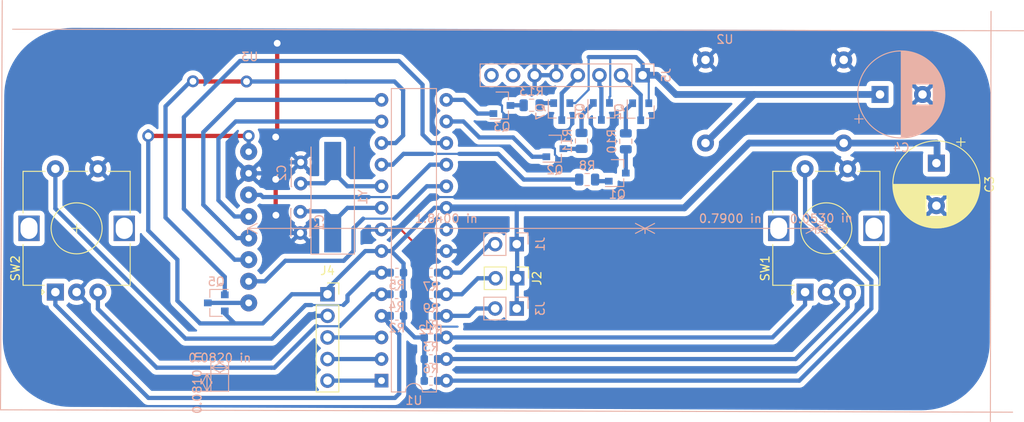
<source format=kicad_pcb>
(kicad_pcb (version 20171130) (host pcbnew "(5.1.2)-2")
  (layers (0 F.Cu signal) (31 B.Cu signal) (34 B.Paste user) (35 F.Paste user) (36 B.SilkS user) (37 F.SilkS user) (38 B.Mask user) (39 F.Mask user) (44 Edge.Cuts user))
  (net 0 "")
  (net 1 "Net-(C1-Pad2)")
  (net 2 GND)
  (net 3 "Net-(C2-Pad2)")
  (net 4 +5V)
  (net 5 +12V)
  (net 6 rear_temp)
  (net 7 RX)
  (net 8 TX)
  (net 9 reset)
  (net 10 relay_compressor)
  (net 11 front_fan_signal)
  (net 12 rear_fan_signal)
  (net 13 front_temp)
  (net 14 "Net-(Q1-Pad1)")
  (net 15 "Net-(Q1-Pad3)")
  (net 16 front_fan_pwm)
  (net 17 rear_fan_pwm)
  (net 18 black_light)
  (net 19 "Net-(Q5-Pad3)")
  (net 20 en1_a)
  (net 21 en2_a)
  (net 22 en1_b)
  (net 23 en2_b)
  (net 24 en2_btn)
  (net 25 en1_btn)
  (net 26 compressor)
  (net 27 sda)
  (net 28 cs)
  (net 29 sck)
  (net 30 "Net-(U1-Pad21)")
  (net 31 ldr)
  (net 32 lcd_reset)
  (net 33 ao)
  (net 34 "Net-(J5-Pad7)")
  (net 35 "Net-(J5-Pad8)")
  (net 36 "Net-(Q2-Pad3)")
  (net 37 "Net-(Q3-Pad3)")
  (net 38 "Net-(Q4-Pad1)")
  (net 39 "Net-(Q6-Pad1)")
  (net 40 "Net-(Q7-Pad1)")
  (module Connector_PinSocket_2.54mm:PinSocket_1x05_P2.54mm_Vertical (layer F.Cu) (at 57.785 53.848)
    (fp_text reference J4 (at 0 -2.77) (layer F.SilkS))
    (fp_text value Conn_01x05)
    (pad 1 thru_hole rect (at 0 0) (size 1.7 1.7) (drill 1) (layers *.Cu *.Mask) (net 4 +5V))
    (pad 2 thru_hole oval (at 0 2.54) (size 1.7 1.7) (drill 1) (layers *.Cu *.Mask) (net 2 GND))
    (pad 3 thru_hole oval (at 0 5.08) (size 1.7 1.7) (drill 1) (layers *.Cu *.Mask) (net 7 RX))
    (pad 4 thru_hole oval (at 0 7.62) (size 1.7 1.7) (drill 1) (layers *.Cu *.Mask) (net 8 TX))
    (pad 5 thru_hole oval (at 0 10.16) (size 1.7 1.7) (drill 1) (layers *.Cu *.Mask) (net 9 reset))
  )
  (module "footprint by wos:st7735" (layer B.Cu) (at 46.228 28.575)
    (fp_text reference U3 (at 2.413 -2.659) (layer B.SilkS) (effects (justify mirror)))
    (fp_text value st7735)
    (pad 8 thru_hole circle (at 2.286 8.509) (size 2 2) (drill 0.762) (layers *.Cu *.Mask) (net 4 +5V))
    (pad 7 thru_hole circle (at 2.286 11.049) (size 2 2) (drill 0.762) (layers *.Cu *.Mask) (net 2 GND))
    (pad 6 thru_hole circle (at 2.286 13.589) (size 2 2) (drill 0.762) (layers *.Cu *.Mask) (net 28 cs))
    (pad 5 thru_hole circle (at 2.286 16.129) (size 2 2) (drill 0.762) (layers *.Cu *.Mask) (net 32 lcd_reset))
    (pad 4 thru_hole circle (at 2.286 18.669) (size 2 2) (drill 0.762) (layers *.Cu *.Mask) (net 33 ao))
    (pad 3 thru_hole circle (at 2.286 21.209) (size 2 2) (drill 0.85) (layers *.Cu *.Mask) (net 27 sda))
    (pad 2 thru_hole circle (at 2.286 23.749) (size 2 2) (drill 0.8) (layers *.Cu *.Mask) (net 29 sck))
    (pad 1 thru_hole circle (at 2.286 26.289 270) (size 2 2) (drill 0.8) (layers *.Cu *.Mask) (net 19 "Net-(Q5-Pad3)"))
  )
  (module Package_DIP:DIP-28_W7.62mm (layer B.Cu) (at 64.135 64.008)
    (fp_text reference U1 (at 3.81 2.33) (layer B.SilkS) (effects (justify mirror)))
    (fp_text value ATmega328-PU)
    (pad 1 thru_hole rect (at 0 0) (size 1.6 1.6) (drill 0.8) (layers *.Cu *.Mask) (net 9 reset))
    (pad 15 thru_hole oval (at 7.62 -33.02) (size 1.6 1.6) (drill 0.8) (layers *.Cu *.Mask) (net 17 rear_fan_pwm))
    (pad 2 thru_hole oval (at 0 -2.54) (size 1.6 1.6) (drill 0.8) (layers *.Cu *.Mask) (net 8 TX))
    (pad 16 thru_hole oval (at 7.62 -30.48) (size 1.6 1.6) (drill 0.8) (layers *.Cu *.Mask) (net 16 front_fan_pwm))
    (pad 3 thru_hole oval (at 0 -5.08) (size 1.6 1.6) (drill 0.8) (layers *.Cu *.Mask) (net 7 RX))
    (pad 17 thru_hole oval (at 7.62 -27.94) (size 1.6 1.6) (drill 0.8) (layers *.Cu *.Mask) (net 27 sda))
    (pad 4 thru_hole oval (at 0 -7.62) (size 1.6 1.6) (drill 0.8) (layers *.Cu *.Mask) (net 21 en2_a))
    (pad 18 thru_hole oval (at 7.62 -25.4) (size 1.6 1.6) (drill 0.8) (layers *.Cu *.Mask) (net 28 cs))
    (pad 5 thru_hole oval (at 0 -10.16) (size 1.6 1.6) (drill 0.8) (layers *.Cu *.Mask) (net 23 en2_b))
    (pad 19 thru_hole oval (at 7.62 -22.86) (size 1.6 1.6) (drill 0.8) (layers *.Cu *.Mask) (net 29 sck))
    (pad 6 thru_hole oval (at 0 -12.7) (size 1.6 1.6) (drill 0.8) (layers *.Cu *.Mask) (net 24 en2_btn))
    (pad 20 thru_hole oval (at 7.62 -20.32) (size 1.6 1.6) (drill 0.8) (layers *.Cu *.Mask) (net 4 +5V))
    (pad 7 thru_hole oval (at 0 -15.24) (size 1.6 1.6) (drill 0.8) (layers *.Cu *.Mask) (net 4 +5V))
    (pad 21 thru_hole oval (at 7.62 -17.78) (size 1.6 1.6) (drill 0.8) (layers *.Cu *.Mask) (net 30 "Net-(U1-Pad21)"))
    (pad 8 thru_hole oval (at 0 -17.78) (size 1.6 1.6) (drill 0.8) (layers *.Cu *.Mask) (net 2 GND))
    (pad 22 thru_hole oval (at 7.62 -15.24) (size 1.6 1.6) (drill 0.8) (layers *.Cu *.Mask) (net 2 GND))
    (pad 9 thru_hole oval (at 0 -20.32) (size 1.6 1.6) (drill 0.8) (layers *.Cu *.Mask) (net 1 "Net-(C1-Pad2)"))
    (pad 23 thru_hole oval (at 7.62 -12.7) (size 1.6 1.6) (drill 0.8) (layers *.Cu *.Mask) (net 31 ldr))
    (pad 10 thru_hole oval (at 0 -22.86) (size 1.6 1.6) (drill 0.8) (layers *.Cu *.Mask) (net 3 "Net-(C2-Pad2)"))
    (pad 24 thru_hole oval (at 7.62 -10.16) (size 1.6 1.6) (drill 0.8) (layers *.Cu *.Mask) (net 13 front_temp))
    (pad 11 thru_hole oval (at 0 -25.4) (size 1.6 1.6) (drill 0.8) (layers *.Cu *.Mask) (net 26 compressor))
    (pad 25 thru_hole oval (at 7.62 -7.62) (size 1.6 1.6) (drill 0.8) (layers *.Cu *.Mask) (net 6 rear_temp))
    (pad 12 thru_hole oval (at 0 -27.94) (size 1.6 1.6) (drill 0.8) (layers *.Cu *.Mask) (net 18 black_light))
    (pad 26 thru_hole oval (at 7.62 -5.08) (size 1.6 1.6) (drill 0.8) (layers *.Cu *.Mask) (net 20 en1_a))
    (pad 13 thru_hole oval (at 0 -30.48) (size 1.6 1.6) (drill 0.8) (layers *.Cu *.Mask) (net 32 lcd_reset))
    (pad 27 thru_hole oval (at 7.62 -2.54) (size 1.6 1.6) (drill 0.8) (layers *.Cu *.Mask) (net 22 en1_b))
    (pad 14 thru_hole oval (at 0 -33.02) (size 1.6 1.6) (drill 0.8) (layers *.Cu *.Mask) (net 33 ao))
    (pad 28 thru_hole oval (at 7.62 0) (size 1.6 1.6) (drill 0.8) (layers *.Cu *.Mask) (net 25 en1_btn))
  )
  (module Connector_PinSocket_2.54mm:PinSocket_1x08_P2.54mm_Vertical (layer B.Cu) (at 94.8436 28.0924 90)
    (fp_text reference J5 (at 0 2.77 -90) (layer B.SilkS) (effects (justify mirror)))
    (fp_text value Conn_01x08)
    (pad 1 thru_hole rect (at 0 0 90) (size 1.7 1.7) (drill 1) (layers *.Cu *.Mask) (net 5 +12V))
    (pad 2 thru_hole oval (at 0 -2.54 90) (size 1.7 1.7) (drill 1) (layers *.Cu *.Mask) (net 10 relay_compressor))
    (pad 3 thru_hole oval (at 0 -5.08 90) (size 1.7 1.7) (drill 1) (layers *.Cu *.Mask) (net 11 front_fan_signal))
    (pad 4 thru_hole oval (at 0 -7.62 90) (size 1.7 1.7) (drill 1) (layers *.Cu *.Mask) (net 12 rear_fan_signal))
    (pad 5 thru_hole oval (at 0 -10.16 90) (size 1.7 1.7) (drill 1) (layers *.Cu *.Mask) (net 2 GND))
    (pad 6 thru_hole oval (at 0 -12.7 90) (size 1.7 1.7) (drill 1) (layers *.Cu *.Mask) (net 2 GND))
    (pad 7 thru_hole oval (at 0 -15.24 90) (size 1.7 1.7) (drill 1) (layers *.Cu *.Mask) (net 34 "Net-(J5-Pad7)"))
    (pad 8 thru_hole oval (at 0 -17.78 90) (size 1.7 1.7) (drill 1) (layers *.Cu *.Mask) (net 35 "Net-(J5-Pad8)"))
  )
  (module Capacitor_THT:CP_Radial_D10.0mm_P5.00mm (layer F.Cu) (at 129.3876 38.4302 270)
    (fp_text reference C3 (at 2.5 -6.25 90) (layer F.SilkS))
    (fp_text value CP1)
    (pad 2 thru_hole circle (at 5 0 270) (size 2 2) (drill 1) (layers *.Cu *.Mask) (net 2 GND))
    (pad 1 thru_hole rect (at 0 0 270) (size 2 2) (drill 1) (layers *.Cu *.Mask) (net 4 +5V))
  )
  (module Rotary_Encoder:RotaryEncoder_Alps_EC12E-Switch_Vertical_H20mm (layer F.Cu) (at 25.781 53.594 90)
    (fp_text reference SW2 (at 2.8 -4.7 90) (layer F.SilkS))
    (fp_text value Rotary_Encoder_Switch)
    (pad A thru_hole rect (at 0 0 90) (size 2 2) (drill 1) (layers *.Cu *.Mask) (net 21 en2_a))
    (pad C thru_hole circle (at 0 2.5 90) (size 2 2) (drill 1) (layers *.Cu *.Mask) (net 2 GND))
    (pad B thru_hole circle (at 0 5 90) (size 2 2) (drill 1) (layers *.Cu *.Mask) (net 23 en2_b))
    (pad MP thru_hole rect (at 7.5 -3.1 90) (size 3 2.5) (drill oval 2.5 2) (layers *.Cu *.Mask))
    (pad MP thru_hole rect (at 7.5 8.1 90) (size 3 2.5) (drill oval 2.5 2) (layers *.Cu *.Mask))
    (pad S1 thru_hole circle (at 14.5 0 90) (size 2 2) (drill 1) (layers *.Cu *.Mask) (net 24 en2_btn))
    (pad S2 thru_hole circle (at 14.5 5 90) (size 2 2) (drill 1) (layers *.Cu *.Mask) (net 2 GND))
  )
  (module Resistor_SMD:R_0603_1608Metric (layer B.Cu) (at 69.9515 51.308)
    (fp_text reference R7 (at 0 1.65) (layer B.SilkS) (effects (justify mirror)))
    (fp_text value R_Small)
    (pad 2 smd roundrect (at 0.7875 0) (size 0.875 0.95) (layers B.Cu B.Paste B.Mask) (net 31 ldr))
    (pad 1 smd roundrect (at -0.7875 0) (size 0.875 0.95) (layers B.Cu B.Paste B.Mask) (net 2 GND))
  )
  (module Resistor_SMD:R_0603_1608Metric (layer B.Cu) (at 69.9515 53.848)
    (fp_text reference R9 (at 0 1.65) (layer B.SilkS) (effects (justify mirror)))
    (fp_text value R_Small)
    (pad 2 smd roundrect (at 0.7875 0) (size 0.875 0.95) (layers B.Cu B.Paste B.Mask) (net 13 front_temp))
    (pad 1 smd roundrect (at -0.7875 0) (size 0.875 0.95) (layers B.Cu B.Paste B.Mask) (net 2 GND))
  )
  (module Resistor_SMD:R_0603_1608Metric (layer B.Cu) (at 69.9007 56.388)
    (fp_text reference R12 (at 0 1.65) (layer B.SilkS) (effects (justify mirror)))
    (fp_text value R_Small)
    (pad 2 smd roundrect (at 0.7875 0) (size 0.875 0.95) (layers B.Cu B.Paste B.Mask) (net 6 rear_temp))
    (pad 1 smd roundrect (at -0.7875 0) (size 0.875 0.95) (layers B.Cu B.Paste B.Mask) (net 2 GND))
  )
  (module Resistor_SMD:R_0603_1608Metric (layer B.Cu) (at 69.9515 58.928 180)
    (fp_text reference R1 (at 0 1.43) (layer B.SilkS) (effects (justify mirror)))
    (fp_text value R_Small)
    (pad 2 smd roundrect (at 0.7875 0 180) (size 0.875 0.95) (layers B.Cu B.Paste B.Mask) (net 4 +5V))
    (pad 1 smd roundrect (at -0.7875 0 180) (size 0.875 0.95) (layers B.Cu B.Paste B.Mask) (net 20 en1_a))
  )
  (module Resistor_SMD:R_0603_1608Metric (layer B.Cu) (at 65.9385 56.388)
    (fp_text reference R2 (at 0 1.43) (layer B.SilkS) (effects (justify mirror)))
    (fp_text value R_Small)
    (pad 2 smd roundrect (at 0.7875 0) (size 0.875 0.95) (layers B.Cu B.Paste B.Mask) (net 4 +5V))
    (pad 1 smd roundrect (at -0.7875 0) (size 0.875 0.95) (layers B.Cu B.Paste B.Mask) (net 21 en2_a))
  )
  (module Resistor_SMD:R_0603_1608Metric (layer B.Cu) (at 69.9515 61.468 180)
    (fp_text reference R3 (at 0 1.43) (layer B.SilkS) (effects (justify mirror)))
    (fp_text value R_Small)
    (pad 2 smd roundrect (at 0.7875 0 180) (size 0.875 0.95) (layers B.Cu B.Paste B.Mask) (net 4 +5V))
    (pad 1 smd roundrect (at -0.7875 0 180) (size 0.875 0.95) (layers B.Cu B.Paste B.Mask) (net 22 en1_b))
  )
  (module Resistor_SMD:R_0603_1608Metric (layer B.Cu) (at 65.9131 53.848)
    (fp_text reference R4 (at 0 1.43) (layer B.SilkS) (effects (justify mirror)))
    (fp_text value R_Small)
    (pad 2 smd roundrect (at 0.7875 0) (size 0.875 0.95) (layers B.Cu B.Paste B.Mask) (net 4 +5V))
    (pad 1 smd roundrect (at -0.7875 0) (size 0.875 0.95) (layers B.Cu B.Paste B.Mask) (net 23 en2_b))
  )
  (module Resistor_SMD:R_0603_1608Metric (layer B.Cu) (at 65.9385 51.308)
    (fp_text reference R5 (at 0 1.43) (layer B.SilkS) (effects (justify mirror)))
    (fp_text value R_Small)
    (pad 2 smd roundrect (at 0.7875 0) (size 0.875 0.95) (layers B.Cu B.Paste B.Mask) (net 4 +5V))
    (pad 1 smd roundrect (at -0.7875 0) (size 0.875 0.95) (layers B.Cu B.Paste B.Mask) (net 24 en2_btn))
  )
  (module Resistor_SMD:R_0603_1608Metric (layer B.Cu) (at 69.9515 64.0334 180)
    (fp_text reference R6 (at 0 1.43 180) (layer B.SilkS) (effects (justify mirror)))
    (fp_text value R_Small)
    (pad 2 smd roundrect (at 0.7875 0 180) (size 0.875 0.95) (layers B.Cu B.Paste B.Mask) (net 4 +5V))
    (pad 1 smd roundrect (at -0.7875 0 180) (size 0.875 0.95) (layers B.Cu B.Paste B.Mask) (net 25 en1_btn))
  )
  (module Connector_PinSocket_2.54mm:PinSocket_1x02_P2.54mm_Vertical (layer B.Cu) (at 80.0354 55.5244 90)
    (fp_text reference J3 (at 0 2.77 270) (layer B.SilkS) (effects (justify mirror)))
    (fp_text value Conn_01x02)
    (pad 1 thru_hole rect (at 0 0 90) (size 1.7 1.7) (drill 1) (layers *.Cu *.Mask) (net 4 +5V))
    (pad 2 thru_hole oval (at 0 -2.54 90) (size 1.7 1.7) (drill 1) (layers *.Cu *.Mask) (net 6 rear_temp))
  )
  (module Connector_PinSocket_2.54mm:PinSocket_1x02_P2.54mm_Vertical (layer B.Cu) (at 80.0354 47.9552 90)
    (fp_text reference J1 (at 0 2.77 90) (layer B.SilkS) (effects (justify mirror)))
    (fp_text value Conn_01x02)
    (pad 2 thru_hole oval (at 0 -2.54 90) (size 1.7 1.7) (drill 1) (layers *.Cu *.Mask) (net 31 ldr))
    (pad 1 thru_hole rect (at 0 0 90) (size 1.7 1.7) (drill 1) (layers *.Cu *.Mask) (net 4 +5V))
  )
  (module Rotary_Encoder:RotaryEncoder_Alps_EC12E-Switch_Vertical_H20mm (layer F.Cu) (at 113.9444 53.594 90)
    (fp_text reference SW1 (at 2.8 -4.7 90) (layer F.SilkS))
    (fp_text value Rotary_Encoder_Switch)
    (pad S2 thru_hole circle (at 14.5 5 90) (size 2 2) (drill 1) (layers *.Cu *.Mask) (net 2 GND))
    (pad S1 thru_hole circle (at 14.5 0 90) (size 2 2) (drill 1) (layers *.Cu *.Mask) (net 25 en1_btn))
    (pad MP thru_hole rect (at 7.5 8.1 90) (size 3 2.5) (drill oval 2.5 2) (layers *.Cu *.Mask))
    (pad MP thru_hole rect (at 7.5 -3.1 90) (size 3 2.5) (drill oval 2.5 2) (layers *.Cu *.Mask))
    (pad B thru_hole circle (at 0 5 90) (size 2 2) (drill 1) (layers *.Cu *.Mask) (net 22 en1_b))
    (pad C thru_hole circle (at 0 2.5 90) (size 2 2) (drill 1) (layers *.Cu *.Mask) (net 2 GND))
    (pad A thru_hole rect (at 0 0 90) (size 2 2) (drill 1) (layers *.Cu *.Mask) (net 20 en1_a))
  )
  (module Capacitor_THT:C_Disc_D3.0mm_W2.0mm_P2.50mm (layer B.Cu) (at 54.5846 46.6452 90)
    (fp_text reference C1 (at 1.25 2.25 90) (layer B.SilkS) (effects (justify mirror)))
    (fp_text value C_Small)
    (pad 2 thru_hole circle (at 2.5 0 90) (size 1.6 1.6) (drill 0.8) (layers *.Cu *.Mask) (net 1 "Net-(C1-Pad2)"))
    (pad 1 thru_hole circle (at 0 0 90) (size 1.6 1.6) (drill 0.8) (layers *.Cu *.Mask) (net 2 GND))
  )
  (module Capacitor_THT:C_Disc_D3.0mm_W2.0mm_P2.50mm (layer B.Cu) (at 54.6354 38.3286 270)
    (fp_text reference C2 (at 1.25 2.25 90) (layer B.SilkS) (effects (justify mirror)))
    (fp_text value C_Small)
    (pad 1 thru_hole circle (at 0 0 270) (size 1.6 1.6) (drill 0.8) (layers *.Cu *.Mask) (net 2 GND))
    (pad 2 thru_hole circle (at 2.5 0 270) (size 1.6 1.6) (drill 0.8) (layers *.Cu *.Mask) (net 3 "Net-(C2-Pad2)"))
  )
  (module Capacitor_THT:CP_Radial_D10.0mm_P5.00mm (layer B.Cu) (at 122.7582 30.353)
    (fp_text reference C4 (at 2.5 6.25 180) (layer B.SilkS) (effects (justify mirror)))
    (fp_text value CP1)
    (pad 2 thru_hole circle (at 5 0) (size 2 2) (drill 1) (layers *.Cu *.Mask) (net 2 GND))
    (pad 1 thru_hole rect (at 0 0) (size 2 2) (drill 1) (layers *.Cu *.Mask) (net 5 +12V))
  )
  (module Connector_PinHeader_2.54mm:PinHeader_1x02_P2.54mm_Vertical (layer F.Cu) (at 80.0862 51.9684 270)
    (fp_text reference J2 (at 0 -2.33 90) (layer F.SilkS))
    (fp_text value Conn_01x02)
    (pad 1 thru_hole rect (at 0 0 270) (size 1.7 1.7) (drill 1) (layers *.Cu *.Mask) (net 4 +5V))
    (pad 2 thru_hole oval (at 0 2.54 270) (size 1.7 1.7) (drill 1) (layers *.Cu *.Mask) (net 13 front_temp))
  )
  (module Package_TO_SOT_SMD:SOT-23 (layer B.Cu) (at 91.8624 39.5986)
    (fp_text reference Q1 (at 0 2.5) (layer B.SilkS) (effects (justify mirror)))
    (fp_text value MMBT2222L)
    (pad 1 smd rect (at -1 0.95) (size 0.9 0.8) (layers B.Cu B.Paste B.Mask) (net 14 "Net-(Q1-Pad1)"))
    (pad 2 smd rect (at -1 -0.95) (size 0.9 0.8) (layers B.Cu B.Paste B.Mask) (net 2 GND))
    (pad 3 smd rect (at 1 0) (size 0.9 0.8) (layers B.Cu B.Paste B.Mask) (net 15 "Net-(Q1-Pad3)"))
  )
  (module Package_TO_SOT_SMD:SOT-23 (layer B.Cu) (at 78.2988 31.6484)
    (fp_text reference Q3 (at 0 2.5 180) (layer B.SilkS) (effects (justify mirror)))
    (fp_text value MMBT2222L)
    (pad 1 smd rect (at -1 0.95) (size 0.9 0.8) (layers B.Cu B.Paste B.Mask) (net 17 rear_fan_pwm))
    (pad 2 smd rect (at -1 -0.95) (size 0.9 0.8) (layers B.Cu B.Paste B.Mask) (net 2 GND))
    (pad 3 smd rect (at 1 0) (size 0.9 0.8) (layers B.Cu B.Paste B.Mask) (net 37 "Net-(Q3-Pad3)"))
  )
  (module Package_TO_SOT_SMD:SOT-23 (layer B.Cu) (at 94.615 32.385 270)
    (fp_text reference Q4 (at 0 2.5 90) (layer B.SilkS) (effects (justify mirror)))
    (fp_text value s8550)
    (pad 3 smd rect (at 1 0 270) (size 0.9 0.8) (layers B.Cu B.Paste B.Mask) (net 10 relay_compressor))
    (pad 2 smd rect (at -1 -0.95 270) (size 0.9 0.8) (layers B.Cu B.Paste B.Mask) (net 5 +12V))
    (pad 1 smd rect (at -1 0.95 270) (size 0.9 0.8) (layers B.Cu B.Paste B.Mask) (net 38 "Net-(Q4-Pad1)"))
  )
  (module Package_TO_SOT_SMD:SOT-23 (layer B.Cu) (at 44.704 54.864 180)
    (fp_text reference Q5 (at 0 2.5) (layer B.SilkS) (effects (justify mirror)))
    (fp_text value s8550)
    (pad 1 smd rect (at -1 0.95 180) (size 0.9 0.8) (layers B.Cu B.Paste B.Mask) (net 18 black_light))
    (pad 2 smd rect (at -1 -0.95 180) (size 0.9 0.8) (layers B.Cu B.Paste B.Mask) (net 4 +5V))
    (pad 3 smd rect (at 1 0 180) (size 0.9 0.8) (layers B.Cu B.Paste B.Mask) (net 19 "Net-(Q5-Pad3)"))
  )
  (module Resistor_SMD:R_0805_2012Metric (layer B.Cu) (at 88.3181 40.3606 180)
    (fp_text reference R8 (at 0 1.65) (layer B.SilkS) (effects (justify mirror)))
    (fp_text value R_Small)
    (pad 2 smd roundrect (at 0.9375 0 180) (size 0.975 1.4) (layers B.Cu B.Paste B.Mask) (net 26 compressor))
    (pad 1 smd roundrect (at -0.9375 0 180) (size 0.975 1.4) (layers B.Cu B.Paste B.Mask) (net 14 "Net-(Q1-Pad1)"))
  )
  (module "footprint by wos:mini dc-dc" (layer B.Cu) (at 110.363 31.369)
    (fp_text reference U2 (at -5.842 -7.493) (layer B.SilkS) (effects (justify mirror)))
    (fp_text value mini_dc-dc)
    (pad 1 thru_hole circle (at -8.128 4.699) (size 2 2) (drill 1) (layers *.Cu *.Mask) (net 5 +12V))
    (pad 2 thru_hole circle (at -8.128 -5.08) (size 2 2) (drill 1) (layers *.Cu *.Mask) (net 2 GND))
    (pad 3 thru_hole circle (at 8.128 4.699) (size 2 2) (drill 1) (layers *.Cu *.Mask) (net 4 +5V))
    (pad 4 thru_hole circle (at 8.128 -5.08) (size 2 2) (drill 1) (layers *.Cu *.Mask) (net 2 GND))
  )
  (module Crystal:Crystal_SMD_HC49-SD (layer B.Cu) (at 58.3946 42.4262 90)
    (fp_text reference Y1 (at 0 3.55 270) (layer B.SilkS) (effects (justify mirror)))
    (fp_text value Crystal)
    (pad 1 smd rect (at -4.25 0 90) (size 4.5 2) (layers B.Cu B.Paste B.Mask) (net 1 "Net-(C1-Pad2)"))
    (pad 2 smd rect (at 4.25 0 90) (size 4.5 2) (layers B.Cu B.Paste B.Mask) (net 3 "Net-(C2-Pad2)"))
  )
  (module Package_TO_SOT_SMD:SOT-23 (layer B.Cu) (at 84.5218 36.7284)
    (fp_text reference Q2 (at 0 2.5 180) (layer B.SilkS) (effects (justify mirror)))
    (fp_text value MMBT2222L)
    (pad 1 smd rect (at -1 0.95) (size 0.9 0.8) (layers B.Cu B.Paste B.Mask) (net 16 front_fan_pwm))
    (pad 2 smd rect (at -1 -0.95) (size 0.9 0.8) (layers B.Cu B.Paste B.Mask) (net 2 GND))
    (pad 3 smd rect (at 1 0) (size 0.9 0.8) (layers B.Cu B.Paste B.Mask) (net 36 "Net-(Q2-Pad3)"))
  )
  (module Package_TO_SOT_SMD:SOT-23 (layer B.Cu) (at 89.9922 32.3502 270)
    (fp_text reference Q6 (at 0 2.5 270) (layer B.SilkS) (effects (justify mirror)))
    (fp_text value s8550)
    (pad 3 smd rect (at 1 0 270) (size 0.9 0.8) (layers B.Cu B.Paste B.Mask) (net 11 front_fan_signal))
    (pad 2 smd rect (at -1 -0.95 270) (size 0.9 0.8) (layers B.Cu B.Paste B.Mask) (net 5 +12V))
    (pad 1 smd rect (at -1 0.95 270) (size 0.9 0.8) (layers B.Cu B.Paste B.Mask) (net 39 "Net-(Q6-Pad1)"))
  )
  (module Package_TO_SOT_SMD:SOT-23 (layer B.Cu) (at 85.3288 32.369 270)
    (fp_text reference Q7 (at 0 2.5 270) (layer B.SilkS) (effects (justify mirror)))
    (fp_text value s8550)
    (pad 1 smd rect (at -1 0.95 270) (size 0.9 0.8) (layers B.Cu B.Paste B.Mask) (net 40 "Net-(Q7-Pad1)"))
    (pad 2 smd rect (at -1 -0.95 270) (size 0.9 0.8) (layers B.Cu B.Paste B.Mask) (net 5 +12V))
    (pad 3 smd rect (at 1 0 270) (size 0.9 0.8) (layers B.Cu B.Paste B.Mask) (net 12 rear_fan_signal))
  )
  (module Resistor_SMD:R_0805_2012Metric (layer B.Cu) (at 92.8624 35.8625 270)
    (fp_text reference R10 (at 0 1.65 90) (layer B.SilkS) (effects (justify mirror)))
    (fp_text value R_Small)
    (pad 1 smd roundrect (at -0.9375 0 270) (size 0.975 1.4) (layers B.Cu B.Paste B.Mask) (net 38 "Net-(Q4-Pad1)"))
    (pad 2 smd roundrect (at 0.9375 0 270) (size 0.975 1.4) (layers B.Cu B.Paste B.Mask) (net 15 "Net-(Q1-Pad3)"))
  )
  (module Resistor_SMD:R_0805_2012Metric (layer B.Cu) (at 87.6554 35.8117 270)
    (fp_text reference R11 (at 0 1.65 270) (layer B.SilkS) (effects (justify mirror)))
    (fp_text value R_Small)
    (pad 1 smd roundrect (at -0.9375 0 270) (size 0.975 1.4) (layers B.Cu B.Paste B.Mask) (net 39 "Net-(Q6-Pad1)"))
    (pad 2 smd roundrect (at 0.9375 0 270) (size 0.975 1.4) (layers B.Cu B.Paste B.Mask) (net 36 "Net-(Q2-Pad3)"))
  )
  (module Resistor_SMD:R_0805_2012Metric (layer B.Cu) (at 81.7903 31.623 180)
    (fp_text reference R13 (at 0 1.65 180) (layer B.SilkS) (effects (justify mirror)))
    (fp_text value R_Small)
    (pad 2 smd roundrect (at 0.9375 0 180) (size 0.975 1.4) (layers B.Cu B.Paste B.Mask) (net 37 "Net-(Q3-Pad3)"))
    (pad 1 smd roundrect (at -0.9375 0 180) (size 0.975 1.4) (layers B.Cu B.Paste B.Mask) (net 40 "Net-(Q7-Pad1)"))
  )
  (gr_line (start 139.6492 22.86) (end 20.7518 22.6822) (layer B.SilkS) (width 0.12))
  (dimension 1.34644 (width 0.12) (layer B.SilkS) (gr_text "1.346 mm" (at 115.886058 47.358074 1.080924187) (layer B.SilkS) (effects (font (size 1 1) (thickness 0.15)))) (feature1 (pts (xy 116.5352 46.0756) (xy 116.546263 46.661916))) (feature2 (pts (xy 115.189 46.101) (xy 115.200063 46.687316))) (crossbar (pts (xy 115.189 46.101) (xy 116.5352 46.0756))) (arrow1a (pts (xy 116.5352 46.0756) (xy 115.419959 46.683167))) (arrow1b (pts (xy 116.5352 46.0756) (xy 115.397834 45.510535))) (arrow2a (pts (xy 115.189 46.101) (xy 116.326366 46.666065))) (arrow2b (pts (xy 115.189 46.101) (xy 116.304241 45.493433))))
  (dimension 2.0574 (width 0.12) (layer B.SilkS) (gr_text "2.057 mm" (at 42.3418 64.2239 90) (layer B.SilkS) (effects (font (size 1 1) (thickness 0.15)))) (feature1 (pts (xy 46.1518 63.1952) (xy 43.025379 63.1952))) (feature2 (pts (xy 46.1518 65.2526) (xy 43.025379 65.2526))) (crossbar (pts (xy 43.6118 65.2526) (xy 43.6118 63.1952))) (arrow1a (pts (xy 43.6118 63.1952) (xy 44.198221 64.321704))) (arrow1b (pts (xy 43.6118 63.1952) (xy 43.025379 64.321704))) (arrow2a (pts (xy 43.6118 65.2526) (xy 44.198221 64.126096))) (arrow2b (pts (xy 43.6118 65.2526) (xy 43.025379 64.126096))))
  (dimension 2.0828 (width 0.12) (layer B.SilkS) (gr_text "2.083 mm" (at 45.1104 61.214) (layer B.SilkS) (effects (font (size 1 1) (thickness 0.15)))) (feature1 (pts (xy 46.1518 65.278) (xy 46.1518 61.897579))) (feature2 (pts (xy 44.069 65.278) (xy 44.069 61.897579))) (crossbar (pts (xy 44.069 62.484) (xy 46.1518 62.484))) (arrow1a (pts (xy 46.1518 62.484) (xy 45.025296 63.070421))) (arrow1b (pts (xy 46.1518 62.484) (xy 45.025296 61.897579))) (arrow2a (pts (xy 44.069 62.484) (xy 45.195504 63.070421))) (arrow2b (pts (xy 44.069 62.484) (xy 45.195504 61.897579))))
  (gr_line (start 135.7376 68.8086) (end 135.8138 20.574) (layer B.SilkS) (width 0.12))
  (gr_line (start 19.3294 67.437) (end 138.3538 67.7164) (layer B.SilkS) (width 0.12))
  (gr_line (start 19.5326 19.304) (end 19.3294 67.437) (layer B.SilkS) (width 0.12))
  (dimension 20.066 (width 0.12) (layer B.SilkS) (gr_text "20.066 mm" (at 105.156 47.371) (layer B.SilkS) (effects (font (size 1 1) (thickness 0.15)))) (feature1 (pts (xy 115.189 46.101) (xy 115.189 46.687421))) (feature2 (pts (xy 95.123 46.101) (xy 95.123 46.687421))) (crossbar (pts (xy 95.123 46.101) (xy 115.189 46.101))) (arrow1a (pts (xy 115.189 46.101) (xy 114.062496 46.687421))) (arrow1b (pts (xy 115.189 46.101) (xy 114.062496 45.514579))) (arrow2a (pts (xy 95.123 46.101) (xy 96.249504 46.687421))) (arrow2b (pts (xy 95.123 46.101) (xy 96.249504 45.514579))))
  (dimension 46.736 (width 0.12) (layer B.SilkS) (gr_text "46.736 mm" (at 71.755 47.371) (layer B.SilkS) (effects (font (size 1 1) (thickness 0.15)))) (feature1 (pts (xy 95.123 46.101) (xy 95.123 46.687421))) (feature2 (pts (xy 48.387 46.101) (xy 48.387 46.687421))) (crossbar (pts (xy 48.387 46.101) (xy 95.123 46.101))) (arrow1a (pts (xy 95.123 46.101) (xy 93.996496 46.687421))) (arrow1b (pts (xy 95.123 46.101) (xy 93.996496 45.514579))) (arrow2a (pts (xy 48.387 46.101) (xy 49.513504 46.687421))) (arrow2b (pts (xy 48.387 46.101) (xy 49.513504 45.514579))))
  (segment (start 70.866 57.658) (end 73.0758 57.658) (width 0.25) (layer B.Cu) (net 0))
  (segment (start 58.3946 45.4262) (end 58.3946 46.6762) (width 0.5) (layer B.Cu) (net 1))
  (segment (start 60.1328 43.688) (end 58.3946 45.4262) (width 0.5) (layer B.Cu) (net 1))
  (segment (start 64.135 43.688) (end 60.1328 43.688) (width 0.5) (layer B.Cu) (net 1))
  (segment (start 58.3946 46.6762) (end 58.3946 45.0088) (width 0.5) (layer B.Cu) (net 1))
  (segment (start 57.4802 44.0944) (end 54.5846 44.0944) (width 0.5) (layer B.Cu) (net 1))
  (segment (start 58.3946 45.0088) (end 57.4802 44.0944) (width 0.5) (layer B.Cu) (net 1))
  (segment (start 69.164 56.3372) (end 69.1132 56.388) (width 0.5) (layer B.Cu) (net 2))
  (segment (start 90.8624 38.6486) (end 85.7402 38.6486) (width 0.25) (layer B.Cu) (net 2))
  (segment (start 85.7402 38.6486) (end 84.5312 37.4396) (width 0.25) (layer B.Cu) (net 2))
  (segment (start 83.5718 35.7784) (end 83.5218 35.7784) (width 0.25) (layer B.Cu) (net 2))
  (segment (start 84.5312 36.7378) (end 83.5718 35.7784) (width 0.25) (layer B.Cu) (net 2))
  (segment (start 84.5312 37.4396) (end 84.5312 36.7378) (width 0.25) (layer B.Cu) (net 2))
  (segment (start 77.3488 30.6984) (end 77.2988 30.6984) (width 0.25) (layer B.Cu) (net 2))
  (segment (start 78.3082 31.6578) (end 77.3488 30.6984) (width 0.25) (layer B.Cu) (net 2))
  (segment (start 78.3082 32.385) (end 78.3082 31.6578) (width 0.25) (layer B.Cu) (net 2))
  (segment (start 81.7016 35.7784) (end 78.3082 32.385) (width 0.25) (layer B.Cu) (net 2))
  (segment (start 83.5218 35.7784) (end 81.7016 35.7784) (width 0.25) (layer B.Cu) (net 2))
  (segment (start 64.135 46.228) (end 65.26637 46.228) (width 0.25) (layer B.Cu) (net 2))
  (segment (start 65.26637 46.228) (end 66.1416 46.228) (width 0.25) (layer B.Cu) (net 2))
  (segment (start 66.1416 46.228) (end 69.9516 42.418) (width 0.25) (layer B.Cu) (net 2))
  (segment (start 69.9516 42.418) (end 73.8378 42.418) (width 0.25) (layer B.Cu) (net 2))
  (segment (start 71.755 48.768) (end 68.9356 48.768) (width 0.25) (layer F.Cu) (net 2))
  (segment (start 66.3956 46.228) (end 64.135 46.228) (width 0.25) (layer F.Cu) (net 2))
  (segment (start 68.9356 48.768) (end 66.3956 46.228) (width 0.25) (layer F.Cu) (net 2))
  (segment (start 53.45323 46.6452) (end 53.43863 46.6598) (width 0.5) (layer B.Cu) (net 2))
  (segment (start 54.5846 46.6452) (end 53.45323 46.6452) (width 0.5) (layer B.Cu) (net 2))
  (segment (start 53.43863 46.6598) (end 53.43863 46.27583) (width 0.5) (layer B.Cu) (net 2))
  (segment (start 53.43863 46.27583) (end 51.7144 44.5516) (width 0.5) (layer B.Cu) (net 2))
  (segment (start 51.7144 44.5516) (end 51.7144 44.5516) (width 0.5) (layer B.Cu) (net 2))
  (via (at 51.7144 44.5516) (size 1.4) (drill 0.8) (layers F.Cu B.Cu) (net 2))
  (segment (start 52.578 38.3286) (end 54.6354 38.3286) (width 0.5) (layer B.Cu) (net 2))
  (segment (start 48.514 39.624) (end 51.2826 39.624) (width 0.5) (layer B.Cu) (net 2))
  (segment (start 51.2826 39.624) (end 52.578 38.3286) (width 0.5) (layer B.Cu) (net 2))
  (segment (start 51.2826 39.624) (end 51.2826 39.9288) (width 0.5) (layer B.Cu) (net 2))
  (segment (start 51.2826 39.9288) (end 51.689 40.3352) (width 0.5) (layer B.Cu) (net 2))
  (segment (start 51.689 40.3352) (end 51.689 40.3352) (width 0.5) (layer B.Cu) (net 2))
  (via (at 51.689 40.3352) (size 1.4) (drill 0.8) (layers F.Cu B.Cu) (net 2))
  (segment (start 51.689 44.5262) (end 51.7144 44.5516) (width 0.5) (layer F.Cu) (net 2))
  (segment (start 51.689 40.3352) (end 51.689 44.5262) (width 0.5) (layer F.Cu) (net 2))
  (segment (start 51.2826 39.624) (end 51.2826 35.7632) (width 0.5) (layer B.Cu) (net 2))
  (segment (start 51.2826 35.7632) (end 51.689 35.3568) (width 0.5) (layer B.Cu) (net 2))
  (segment (start 51.689 35.3568) (end 51.689 35.3568) (width 0.5) (layer B.Cu) (net 2))
  (via (at 51.689 35.3568) (size 1.4) (drill 0.8) (layers F.Cu B.Cu) (net 2))
  (via (at 51.8668 24.3332) (size 1.4) (drill 0.8) (layers F.Cu B.Cu) (net 2))
  (segment (start 51.8668 35.179) (end 51.689 35.3568) (width 0.5) (layer F.Cu) (net 2))
  (segment (start 51.8668 24.3332) (end 51.8668 35.179) (width 0.5) (layer F.Cu) (net 2))
  (segment (start 58.3946 39.4262) (end 58.3946 38.1762) (width 0.5) (layer B.Cu) (net 3))
  (segment (start 60.1164 41.148) (end 58.3946 39.4262) (width 0.5) (layer B.Cu) (net 3))
  (segment (start 64.135 41.148) (end 60.1164 41.148) (width 0.5) (layer B.Cu) (net 3))
  (segment (start 58.3946 38.1762) (end 58.3946 39.878) (width 0.5) (layer B.Cu) (net 3))
  (segment (start 57.4802 40.7924) (end 54.61 40.7924) (width 0.5) (layer B.Cu) (net 3))
  (segment (start 58.3946 39.878) (end 57.4802 40.7924) (width 0.5) (layer B.Cu) (net 3))
  (segment (start 65.278 48.768) (end 64.135 48.768) (width 0.5) (layer B.Cu) (net 4))
  (segment (start 71.755 43.688) (end 70.358 43.688) (width 0.5) (layer B.Cu) (net 4))
  (segment (start 70.358 43.688) (end 65.278 48.768) (width 0.5) (layer B.Cu) (net 4))
  (segment (start 69.164 64.0334) (end 69.164 61.468) (width 0.5) (layer B.Cu) (net 4))
  (segment (start 69.164 61.468) (end 69.164 58.928) (width 0.5) (layer B.Cu) (net 4))
  (segment (start 80.0354 52.0192) (end 80.0862 51.9684) (width 0.5) (layer B.Cu) (net 4))
  (segment (start 80.0354 55.5244) (end 80.0354 52.0192) (width 0.5) (layer B.Cu) (net 4))
  (segment (start 80.0862 48.006) (end 80.0354 47.9552) (width 0.5) (layer B.Cu) (net 4))
  (segment (start 80.0862 51.9684) (end 80.0862 48.006) (width 0.5) (layer B.Cu) (net 4))
  (segment (start 80.0354 43.7896) (end 79.9338 43.688) (width 0.5) (layer B.Cu) (net 4))
  (segment (start 80.0354 47.9552) (end 80.0354 43.7896) (width 0.5) (layer B.Cu) (net 4))
  (segment (start 99.7458 43.688) (end 79.9338 43.688) (width 0.8) (layer B.Cu) (net 4))
  (segment (start 79.9338 43.688) (end 71.755 43.688) (width 0.8) (layer B.Cu) (net 4))
  (segment (start 57.785 53.213) (end 57.785 53.848) (width 0.5) (layer B.Cu) (net 4))
  (segment (start 64.135 48.768) (end 62.23 48.768) (width 0.5) (layer B.Cu) (net 4))
  (segment (start 62.23 48.768) (end 57.785 53.213) (width 0.5) (layer B.Cu) (net 4))
  (segment (start 66.726 50.733) (end 66.7258 50.7328) (width 0.5) (layer B.Cu) (net 4))
  (segment (start 66.726 51.308) (end 66.726 50.733) (width 0.5) (layer B.Cu) (net 4))
  (segment (start 66.7258 50.2158) (end 65.278 48.768) (width 0.5) (layer B.Cu) (net 4))
  (segment (start 66.7258 50.7328) (end 66.7258 50.2158) (width 0.5) (layer B.Cu) (net 4))
  (segment (start 66.726 53.8226) (end 66.7006 53.848) (width 0.5) (layer B.Cu) (net 4))
  (segment (start 66.726 51.308) (end 66.726 53.8226) (width 0.5) (layer B.Cu) (net 4))
  (segment (start 66.7006 56.3626) (end 66.726 56.388) (width 0.5) (layer B.Cu) (net 4))
  (segment (start 66.7006 53.848) (end 66.7006 56.3626) (width 0.5) (layer B.Cu) (net 4))
  (segment (start 68.0466 58.928) (end 69.164 58.928) (width 0.5) (layer B.Cu) (net 4))
  (segment (start 66.726 56.388) (end 66.726 57.6074) (width 0.5) (layer B.Cu) (net 4))
  (segment (start 66.726 57.6074) (end 68.0466 58.928) (width 0.5) (layer B.Cu) (net 4))
  (segment (start 129.4638 36.1476) (end 129.4638 37.9476) (width 0.8) (layer B.Cu) (net 4))
  (segment (start 129.3842 36.068) (end 129.4638 36.1476) (width 0.8) (layer B.Cu) (net 4))
  (segment (start 118.491 36.068) (end 129.3842 36.068) (width 0.8) (layer B.Cu) (net 4))
  (segment (start 107.3658 36.068) (end 99.7458 43.688) (width 0.8) (layer B.Cu) (net 4))
  (segment (start 118.491 36.068) (end 107.3658 36.068) (width 0.8) (layer B.Cu) (net 4))
  (segment (start 107.95 30.353) (end 122.7582 30.353) (width 0.8) (layer B.Cu) (net 5))
  (segment (start 102.235 36.068) (end 107.95 30.353) (width 0.8) (layer B.Cu) (net 5))
  (segment (start 98.7542 30.353) (end 107.95 30.353) (width 0.8) (layer B.Cu) (net 5))
  (segment (start 96.4936 28.0924) (end 98.7542 30.353) (width 0.8) (layer B.Cu) (net 5))
  (segment (start 94.8436 28.0924) (end 96.4936 28.0924) (width 0.8) (layer B.Cu) (net 5))
  (segment (start 86.2788 31.369) (end 86.2838 31.369) (width 0.5) (layer B.Cu) (net 5))
  (segment (start 86.9288 31.369) (end 88.4936 29.8042) (width 0.25) (layer B.Cu) (net 5))
  (segment (start 86.2788 31.369) (end 86.9288 31.369) (width 0.25) (layer B.Cu) (net 5))
  (segment (start 88.4936 29.8042) (end 88.4936 26.3398) (width 0.25) (layer B.Cu) (net 5))
  (segment (start 94.8436 26.7424) (end 94.06 25.9588) (width 0.5) (layer B.Cu) (net 5))
  (segment (start 94.8436 28.0924) (end 94.8436 26.7424) (width 0.5) (layer B.Cu) (net 5))
  (segment (start 88.4936 26.3398) (end 88.4936 25.9588) (width 0.25) (layer B.Cu) (net 5))
  (segment (start 91.0336 26.0604) (end 90.932 25.9588) (width 0.25) (layer B.Cu) (net 5))
  (segment (start 91.0336 30.5588) (end 91.0336 26.0604) (width 0.25) (layer B.Cu) (net 5))
  (segment (start 90.9422 30.6502) (end 91.0336 30.5588) (width 0.25) (layer B.Cu) (net 5))
  (segment (start 90.9422 31.3502) (end 90.9422 30.6502) (width 0.25) (layer B.Cu) (net 5))
  (segment (start 94.06 25.9588) (end 90.932 25.9588) (width 0.5) (layer B.Cu) (net 5))
  (segment (start 90.932 25.9588) (end 88.4936 25.9588) (width 0.5) (layer B.Cu) (net 5))
  (segment (start 95.565 28.8138) (end 94.8436 28.0924) (width 0.25) (layer B.Cu) (net 5))
  (segment (start 95.565 31.385) (end 95.565 28.8138) (width 0.25) (layer B.Cu) (net 5))
  (segment (start 71.755 56.388) (end 74.3966 56.388) (width 0.5) (layer B.Cu) (net 6))
  (segment (start 75.2602 55.5244) (end 77.4954 55.5244) (width 0.5) (layer B.Cu) (net 6))
  (segment (start 74.3966 56.388) (end 75.2602 55.5244) (width 0.5) (layer B.Cu) (net 6))
  (segment (start 71.755 56.388) (end 70.6882 56.388) (width 0.5) (layer B.Cu) (net 6))
  (segment (start 64.135 58.928) (end 57.785 58.928) (width 0.5) (layer B.Cu) (net 7))
  (segment (start 57.785 61.468) (end 64.135 61.468) (width 0.5) (layer B.Cu) (net 8))
  (segment (start 57.785 64.008) (end 64.135 64.008) (width 0.5) (layer B.Cu) (net 9))
  (segment (start 94.615 30.4038) (end 94.615 33.385) (width 0.5) (layer B.Cu) (net 10))
  (segment (start 92.3036 28.0924) (end 94.615 30.4038) (width 0.5) (layer B.Cu) (net 10))
  (segment (start 89.9922 32.4002) (end 89.9922 33.3502) (width 0.5) (layer B.Cu) (net 11))
  (segment (start 89.9922 29.523081) (end 89.9922 32.4002) (width 0.5) (layer B.Cu) (net 11))
  (segment (start 89.7636 29.294481) (end 89.9922 29.523081) (width 0.5) (layer B.Cu) (net 11))
  (segment (start 89.7636 28.0924) (end 89.7636 29.294481) (width 0.5) (layer B.Cu) (net 11))
  (segment (start 87.2236 28.321) (end 87.2236 28.0924) (width 0.5) (layer B.Cu) (net 12))
  (segment (start 85.3288 33.369) (end 85.3288 30.2158) (width 0.5) (layer B.Cu) (net 12))
  (segment (start 85.3288 30.2158) (end 87.2236 28.321) (width 0.5) (layer B.Cu) (net 12))
  (segment (start 75.4634 51.9684) (end 77.5462 51.9684) (width 0.5) (layer B.Cu) (net 13))
  (segment (start 71.755 53.848) (end 73.5838 53.848) (width 0.5) (layer B.Cu) (net 13))
  (segment (start 73.5838 53.848) (end 75.4634 51.9684) (width 0.5) (layer B.Cu) (net 13))
  (segment (start 71.755 53.848) (end 70.739 53.848) (width 0.5) (layer B.Cu) (net 13))
  (segment (start 89.4436 40.5486) (end 89.2556 40.3606) (width 0.5) (layer B.Cu) (net 14))
  (segment (start 90.8624 40.5486) (end 89.4436 40.5486) (width 0.5) (layer B.Cu) (net 14))
  (segment (start 92.8624 39.5986) (end 92.8624 36.8) (width 0.5) (layer B.Cu) (net 15))
  (segment (start 71.755 33.528) (end 73.7616 33.528) (width 0.5) (layer B.Cu) (net 16))
  (segment (start 73.7616 33.528) (end 75.6412 35.4076) (width 0.5) (layer B.Cu) (net 16))
  (segment (start 75.6412 35.4076) (end 79.6036 35.4076) (width 0.5) (layer B.Cu) (net 16))
  (segment (start 81.8744 37.6784) (end 83.5218 37.6784) (width 0.5) (layer B.Cu) (net 16))
  (segment (start 79.6036 35.4076) (end 81.8744 37.6784) (width 0.5) (layer B.Cu) (net 16))
  (segment (start 71.755 30.988) (end 73.8124 30.988) (width 0.5) (layer B.Cu) (net 17))
  (segment (start 75.4228 32.5984) (end 77.2988 32.5984) (width 0.5) (layer B.Cu) (net 17))
  (segment (start 73.8124 30.988) (end 75.4228 32.5984) (width 0.5) (layer B.Cu) (net 17))
  (segment (start 48.5546 36.9926) (end 48.4886 37.0586) (width 0.5) (layer B.Cu) (net 4))
  (segment (start 45.704 56.118) (end 45.704 55.814) (width 0.5) (layer B.Cu) (net 4))
  (segment (start 46.863 57.277) (end 45.704 56.118) (width 0.5) (layer B.Cu) (net 4))
  (segment (start 50.165 57.277) (end 46.863 57.277) (width 0.5) (layer B.Cu) (net 4))
  (segment (start 57.785 53.848) (end 53.594 53.848) (width 0.5) (layer B.Cu) (net 4))
  (segment (start 53.594 53.848) (end 50.165 57.277) (width 0.5) (layer B.Cu) (net 4))
  (segment (start 46.863 57.277) (end 42.799 57.277) (width 0.5) (layer B.Cu) (net 4))
  (segment (start 42.799 57.277) (end 40.132 54.61) (width 0.5) (layer B.Cu) (net 4))
  (segment (start 40.132 54.61) (end 40.132 49.784) (width 0.5) (layer B.Cu) (net 4))
  (segment (start 40.132 49.784) (end 36.703 46.355) (width 0.5) (layer B.Cu) (net 4))
  (segment (start 36.703 46.355) (end 36.703 35.052) (width 0.5) (layer B.Cu) (net 4))
  (segment (start 48.514 37.084) (end 48.514 35.669787) (width 0.5) (layer B.Cu) (net 4))
  (segment (start 48.514 35.669787) (end 48.514 35.2298) (width 0.5) (layer B.Cu) (net 4))
  (segment (start 48.514 35.2298) (end 48.514 35.2298) (width 0.5) (layer B.Cu) (net 4))
  (via (at 48.514 35.2298) (size 1.4) (drill 0.8) (layers F.Cu B.Cu) (net 4))
  (segment (start 36.703 35.052) (end 36.703 34.671) (width 0.5) (layer B.Cu) (net 4))
  (via (at 36.703 35.2298) (size 1.4) (drill 0.8) (layers F.Cu B.Cu) (net 4))
  (segment (start 37.692949 35.2298) (end 48.514 35.2298) (width 0.5) (layer F.Cu) (net 4))
  (segment (start 36.703 35.2298) (end 37.692949 35.2298) (width 0.5) (layer F.Cu) (net 4))
  (segment (start 64.135 36.068) (end 65.786 36.068) (width 0.5) (layer B.Cu) (net 18))
  (segment (start 65.786 36.068) (end 66.675 35.179) (width 0.5) (layer B.Cu) (net 18))
  (segment (start 66.675 35.179) (end 66.675 29.845) (width 0.5) (layer B.Cu) (net 18))
  (segment (start 66.675 29.845) (end 65.659 28.829) (width 0.5) (layer B.Cu) (net 18))
  (segment (start 65.659 28.829) (end 59.944 28.829) (width 0.5) (layer B.Cu) (net 18))
  (segment (start 59.944 28.829) (end 48.26 28.829) (width 0.5) (layer B.Cu) (net 18))
  (segment (start 45.704 53.914) (end 45.704 51.8) (width 0.5) (layer B.Cu) (net 18))
  (segment (start 45.704 51.8) (end 42.926 49.022) (width 0.5) (layer B.Cu) (net 18))
  (segment (start 42.926 49.022) (end 38.735 44.831) (width 0.5) (layer B.Cu) (net 18))
  (segment (start 38.735 44.831) (end 38.735 31.75) (width 0.5) (layer B.Cu) (net 18))
  (segment (start 38.735 31.75) (end 41.656 28.829) (width 0.5) (layer B.Cu) (net 18))
  (segment (start 41.656 28.829) (end 41.656 28.829) (width 0.5) (layer B.Cu) (net 18))
  (segment (start 48.26 28.829) (end 48.26 28.829) (width 0.5) (layer B.Cu) (net 18))
  (via (at 48.26 28.829) (size 1.4) (drill 0.8) (layers F.Cu B.Cu) (net 18))
  (via (at 41.9608 28.8036) (size 1.4) (drill 0.8) (layers F.Cu B.Cu) (net 18))
  (segment (start 47.270051 28.829) (end 41.656 28.829) (width 0.5) (layer F.Cu) (net 18))
  (segment (start 48.26 28.829) (end 47.270051 28.829) (width 0.5) (layer F.Cu) (net 18))
  (segment (start 48.514 54.864) (end 43.704 54.864) (width 0.5) (layer B.Cu) (net 19))
  (segment (start 70.739 58.928) (end 71.755 58.928) (width 0.5) (layer B.Cu) (net 20))
  (segment (start 113.9444 55.094) (end 113.9444 53.594) (width 0.5) (layer B.Cu) (net 20))
  (segment (start 110.1104 58.928) (end 113.9444 55.094) (width 0.5) (layer B.Cu) (net 20))
  (segment (start 71.755 58.928) (end 110.1104 58.928) (width 0.5) (layer B.Cu) (net 20))
  (segment (start 64.135 56.388) (end 65.151 56.388) (width 0.5) (layer B.Cu) (net 21))
  (segment (start 25.781 55.094) (end 25.781 53.594) (width 0.5) (layer B.Cu) (net 21))
  (segment (start 36.727 66.04) (end 25.781 55.094) (width 0.5) (layer B.Cu) (net 21))
  (segment (start 64.934999 57.187999) (end 64.934999 57.289599) (width 0.5) (layer B.Cu) (net 21))
  (segment (start 64.135 56.388) (end 64.934999 57.187999) (width 0.5) (layer B.Cu) (net 21))
  (segment (start 64.934999 57.289599) (end 66.2178 58.5724) (width 0.5) (layer B.Cu) (net 21))
  (segment (start 66.2178 58.5724) (end 66.2178 65.532) (width 0.5) (layer B.Cu) (net 21))
  (segment (start 66.2178 65.532) (end 65.7098 66.04) (width 0.5) (layer B.Cu) (net 21))
  (segment (start 65.7098 66.04) (end 36.727 66.04) (width 0.5) (layer B.Cu) (net 21))
  (segment (start 71.755 61.468) (end 70.739 61.468) (width 0.5) (layer B.Cu) (net 22))
  (segment (start 118.9444 55.3504) (end 118.9444 53.594) (width 0.5) (layer B.Cu) (net 22))
  (segment (start 71.755 61.468) (end 112.8268 61.468) (width 0.5) (layer B.Cu) (net 22))
  (segment (start 112.8268 61.468) (end 118.9444 55.3504) (width 0.5) (layer B.Cu) (net 22))
  (segment (start 64.135 53.848) (end 65.1256 53.848) (width 0.5) (layer B.Cu) (net 23))
  (segment (start 63.00363 53.848) (end 62.591415 54.260215) (width 0.5) (layer B.Cu) (net 23))
  (segment (start 64.135 53.848) (end 63.00363 53.848) (width 0.5) (layer B.Cu) (net 23))
  (segment (start 62.579785 54.260215) (end 59.2328 57.6072) (width 0.5) (layer B.Cu) (net 23))
  (segment (start 62.591415 54.260215) (end 62.579785 54.260215) (width 0.5) (layer B.Cu) (net 23))
  (segment (start 30.781 53.594) (end 30.781 55.5714) (width 0.5) (layer B.Cu) (net 23))
  (segment (start 30.781 55.5714) (end 37.6936 62.484) (width 0.5) (layer B.Cu) (net 23))
  (segment (start 37.6936 62.484) (end 51.2064 62.484) (width 0.5) (layer B.Cu) (net 23))
  (segment (start 56.4134 57.6072) (end 51.5366 62.484) (width 0.5) (layer B.Cu) (net 23))
  (segment (start 56.5404 57.6072) (end 56.4134 57.6072) (width 0.5) (layer B.Cu) (net 23))
  (segment (start 51.2064 62.484) (end 51.5366 62.484) (width 0.5) (layer B.Cu) (net 23))
  (segment (start 56.5404 57.6072) (end 56.2356 57.6072) (width 0.25) (layer B.Cu) (net 23))
  (segment (start 59.2328 57.6072) (end 56.5404 57.6072) (width 0.25) (layer B.Cu) (net 23))
  (segment (start 64.135 51.308) (end 65.151 51.308) (width 0.5) (layer B.Cu) (net 24))
  (segment (start 59.6646 55.118) (end 55.9054 55.118) (width 0.25) (layer B.Cu) (net 24))
  (segment (start 64.135 51.308) (end 62.8142 51.308) (width 0.5) (layer B.Cu) (net 24))
  (segment (start 60.1345 53.9877) (end 60.1345 54.6481) (width 0.5) (layer B.Cu) (net 24))
  (segment (start 62.8142 51.308) (end 60.1345 53.9877) (width 0.5) (layer B.Cu) (net 24))
  (segment (start 60.1345 54.6481) (end 59.6646 55.118) (width 0.5) (layer B.Cu) (net 24))
  (segment (start 25.781 43.7642) (end 41.0845 59.0677) (width 0.5) (layer B.Cu) (net 24))
  (segment (start 25.781 39.094) (end 25.781 43.7642) (width 0.5) (layer B.Cu) (net 24))
  (segment (start 55.1942 55.118) (end 51.2445 59.0677) (width 0.5) (layer B.Cu) (net 24))
  (segment (start 55.9054 55.118) (end 55.1942 55.118) (width 0.5) (layer B.Cu) (net 24))
  (segment (start 41.0845 59.0677) (end 51.2445 59.0677) (width 0.5) (layer B.Cu) (net 24))
  (segment (start 71.7296 64.0334) (end 71.755 64.008) (width 0.8) (layer B.Cu) (net 25))
  (segment (start 70.7644 64.008) (end 70.739 64.0334) (width 0.5) (layer B.Cu) (net 25))
  (segment (start 71.755 64.008) (end 70.7644 64.008) (width 0.5) (layer B.Cu) (net 25))
  (segment (start 121.7422 55.5244) (end 121.7422 52.2224) (width 0.5) (layer B.Cu) (net 25))
  (segment (start 71.755 64.008) (end 113.2586 64.008) (width 0.5) (layer B.Cu) (net 25))
  (segment (start 113.2586 64.008) (end 121.7422 55.5244) (width 0.5) (layer B.Cu) (net 25))
  (segment (start 113.9444 40.508213) (end 113.9444 44.4246) (width 0.5) (layer B.Cu) (net 25))
  (segment (start 113.9444 39.094) (end 113.9444 40.508213) (width 0.5) (layer B.Cu) (net 25))
  (segment (start 121.7422 52.2224) (end 113.9444 44.4246) (width 0.5) (layer B.Cu) (net 25))
  (segment (start 65.4558 38.608) (end 66.7258 37.338) (width 0.5) (layer B.Cu) (net 26))
  (segment (start 64.135 38.608) (end 65.4558 38.608) (width 0.5) (layer B.Cu) (net 26))
  (segment (start 66.7258 37.338) (end 70.1294 37.338) (width 0.5) (layer B.Cu) (net 26))
  (segment (start 73.279 37.338) (end 70.1294 37.338) (width 0.25) (layer B.Cu) (net 26))
  (segment (start 80.8736 40.3606) (end 87.3806 40.3606) (width 0.5) (layer B.Cu) (net 26))
  (segment (start 73.279 37.338) (end 77.851 37.338) (width 0.5) (layer B.Cu) (net 26))
  (segment (start 77.851 37.338) (end 80.8736 40.3606) (width 0.5) (layer B.Cu) (net 26))
  (segment (start 47.1932 49.7586) (end 48.4886 49.7586) (width 0.25) (layer B.Cu) (net 27))
  (segment (start 46.863 49.784) (end 48.514 49.784) (width 0.5) (layer B.Cu) (net 27))
  (segment (start 40.894 43.815) (end 46.863 49.784) (width 0.5) (layer B.Cu) (net 27))
  (segment (start 40.894 33.02) (end 40.894 43.815) (width 0.5) (layer B.Cu) (net 27))
  (segment (start 69.977 36.068) (end 68.961 35.052) (width 0.5) (layer B.Cu) (net 27))
  (segment (start 71.755 36.068) (end 69.977 36.068) (width 0.5) (layer B.Cu) (net 27))
  (segment (start 68.961 35.052) (end 68.961 29.21) (width 0.5) (layer B.Cu) (net 27))
  (segment (start 68.961 29.21) (end 66.167 26.416) (width 0.5) (layer B.Cu) (net 27))
  (segment (start 66.167 26.416) (end 47.498 26.416) (width 0.5) (layer B.Cu) (net 27))
  (segment (start 47.498 26.416) (end 40.894 33.02) (width 0.5) (layer B.Cu) (net 27))
  (segment (start 50.182213 42.418) (end 62.6364 42.418) (width 0.5) (layer B.Cu) (net 28))
  (segment (start 49.928213 42.164) (end 50.182213 42.418) (width 0.5) (layer B.Cu) (net 28))
  (segment (start 48.514 42.164) (end 49.928213 42.164) (width 0.5) (layer B.Cu) (net 28))
  (segment (start 65.532 42.418) (end 62.6364 42.418) (width 0.25) (layer B.Cu) (net 28))
  (segment (start 71.755 38.608) (end 69.85 38.608) (width 0.5) (layer B.Cu) (net 28))
  (segment (start 66.04 42.418) (end 65.532 42.418) (width 0.5) (layer B.Cu) (net 28))
  (segment (start 69.85 38.608) (end 66.04 42.418) (width 0.5) (layer B.Cu) (net 28))
  (segment (start 65.659 44.958) (end 61.976 44.958) (width 0.25) (layer B.Cu) (net 29))
  (segment (start 69.469 41.148) (end 65.659 44.958) (width 0.5) (layer B.Cu) (net 29))
  (segment (start 71.755 41.148) (end 69.469 41.148) (width 0.5) (layer B.Cu) (net 29))
  (segment (start 50.419 52.324) (end 52.832 49.911) (width 0.5) (layer B.Cu) (net 29))
  (segment (start 48.514 52.324) (end 50.419 52.324) (width 0.5) (layer B.Cu) (net 29))
  (segment (start 59.69 49.911) (end 60.833 48.768) (width 0.5) (layer B.Cu) (net 29))
  (segment (start 52.832 49.911) (end 59.69 49.911) (width 0.5) (layer B.Cu) (net 29))
  (segment (start 60.833 48.768) (end 60.833 46.101) (width 0.5) (layer B.Cu) (net 29))
  (segment (start 60.833 46.101) (end 61.976 44.958) (width 0.5) (layer B.Cu) (net 29))
  (segment (start 76.835 47.9552) (end 77.4954 47.9552) (width 0.5) (layer B.Cu) (net 31))
  (segment (start 71.755 51.308) (end 73.4822 51.308) (width 0.5) (layer B.Cu) (net 31))
  (segment (start 73.4822 51.308) (end 76.835 47.9552) (width 0.5) (layer B.Cu) (net 31))
  (segment (start 71.755 51.308) (end 70.739 51.308) (width 0.5) (layer B.Cu) (net 31))
  (segment (start 64.135 33.528) (end 46.99 33.528) (width 0.5) (layer B.Cu) (net 32))
  (segment (start 46.99 33.528) (end 44.958 35.56) (width 0.5) (layer B.Cu) (net 32))
  (segment (start 44.958 35.56) (end 44.958 42.799) (width 0.5) (layer B.Cu) (net 32))
  (segment (start 46.863 44.704) (end 48.514 44.704) (width 0.5) (layer B.Cu) (net 32))
  (segment (start 44.958 42.799) (end 46.863 44.704) (width 0.5) (layer B.Cu) (net 32))
  (segment (start 64.135 30.988) (end 46.99 30.988) (width 0.5) (layer B.Cu) (net 33))
  (segment (start 46.99 30.988) (end 43.18 34.798) (width 0.5) (layer B.Cu) (net 33))
  (segment (start 47.099787 47.244) (end 48.514 47.244) (width 0.5) (layer B.Cu) (net 33))
  (segment (start 43.18 43.324213) (end 47.099787 47.244) (width 0.5) (layer B.Cu) (net 33))
  (segment (start 43.18 34.798) (end 43.18 43.324213) (width 0.5) (layer B.Cu) (net 33))
  (segment (start 85.5426 36.7492) (end 85.5218 36.7284) (width 0.5) (layer B.Cu) (net 36))
  (segment (start 87.6554 36.7492) (end 85.5426 36.7492) (width 0.5) (layer B.Cu) (net 36))
  (segment (start 79.3242 31.623) (end 79.2988 31.6484) (width 0.5) (layer B.Cu) (net 37))
  (segment (start 80.8528 31.623) (end 79.3242 31.623) (width 0.5) (layer B.Cu) (net 37))
  (segment (start 93.6338 31.385) (end 92.8624 32.1564) (width 0.5) (layer B.Cu) (net 38))
  (segment (start 93.665 31.385) (end 93.6338 31.385) (width 0.5) (layer B.Cu) (net 38))
  (segment (start 92.8624 32.1564) (end 92.8624 34.925) (width 0.5) (layer B.Cu) (net 38))
  (segment (start 87.6554 32.787) (end 87.6554 33.2994) (width 0.5) (layer B.Cu) (net 39))
  (segment (start 89.0422 31.4002) (end 87.6554 32.787) (width 0.5) (layer B.Cu) (net 39))
  (segment (start 89.0422 31.3502) (end 89.0422 31.4002) (width 0.5) (layer B.Cu) (net 39))
  (segment (start 87.6554 33.2994) (end 87.6554 34.8742) (width 0.5) (layer B.Cu) (net 39))
  (segment (start 82.9818 31.369) (end 82.7278 31.623) (width 0.5) (layer B.Cu) (net 40))
  (segment (start 84.3788 31.369) (end 82.9818 31.369) (width 0.5) (layer B.Cu) (net 40))
  (zone (net 2) (net_name GND) (layer B.Cu) (connect_pads thru_hole_only (clearance 0.58)) (min_thickness 0.254) (fill yes (arc_segments 32) (thermal_gap 0.508) (thermal_bridge_width 0.508) (smoothing fillet) (radius 8))
    (polygon (pts (xy 19.815393 22.496569) (xy 19.554607 67.063831) (xy 135.62598 67.525391) (xy 135.79842 22.835646)))
  )
)
</source>
